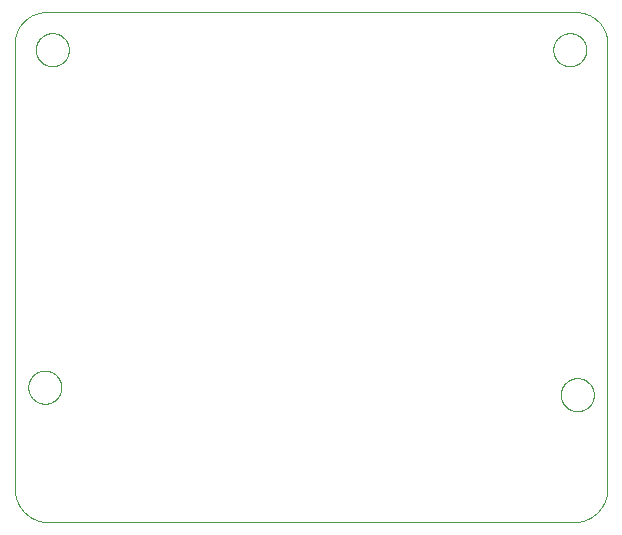
<source format=gtp>
G75*
%MOIN*%
%OFA0B0*%
%FSLAX25Y25*%
%IPPOS*%
%LPD*%
%AMOC8*
5,1,8,0,0,1.08239X$1,22.5*
%
%ADD10C,0.00000*%
D10*
X0012180Y0001000D02*
X0187320Y0001000D01*
X0187590Y0001003D01*
X0187860Y0001013D01*
X0188130Y0001029D01*
X0188399Y0001052D01*
X0188668Y0001082D01*
X0188935Y0001117D01*
X0189202Y0001160D01*
X0189468Y0001208D01*
X0189732Y0001263D01*
X0189996Y0001325D01*
X0190257Y0001393D01*
X0190517Y0001467D01*
X0190775Y0001547D01*
X0191031Y0001634D01*
X0191284Y0001727D01*
X0191536Y0001825D01*
X0191785Y0001930D01*
X0192031Y0002041D01*
X0192275Y0002158D01*
X0192516Y0002281D01*
X0192753Y0002409D01*
X0192988Y0002543D01*
X0193219Y0002683D01*
X0193447Y0002828D01*
X0193671Y0002979D01*
X0193891Y0003135D01*
X0194108Y0003297D01*
X0194321Y0003463D01*
X0194529Y0003635D01*
X0194734Y0003812D01*
X0194934Y0003993D01*
X0195129Y0004180D01*
X0195320Y0004371D01*
X0195507Y0004566D01*
X0195688Y0004766D01*
X0195865Y0004971D01*
X0196037Y0005179D01*
X0196203Y0005392D01*
X0196365Y0005609D01*
X0196521Y0005829D01*
X0196672Y0006053D01*
X0196817Y0006281D01*
X0196957Y0006512D01*
X0197091Y0006747D01*
X0197219Y0006984D01*
X0197342Y0007225D01*
X0197459Y0007469D01*
X0197570Y0007715D01*
X0197675Y0007964D01*
X0197773Y0008216D01*
X0197866Y0008469D01*
X0197953Y0008725D01*
X0198033Y0008983D01*
X0198107Y0009243D01*
X0198175Y0009504D01*
X0198237Y0009768D01*
X0198292Y0010032D01*
X0198340Y0010298D01*
X0198383Y0010565D01*
X0198418Y0010832D01*
X0198448Y0011101D01*
X0198471Y0011370D01*
X0198487Y0011640D01*
X0198497Y0011910D01*
X0198500Y0012180D01*
X0198500Y0160692D01*
X0198497Y0160941D01*
X0198488Y0161190D01*
X0198473Y0161439D01*
X0198452Y0161687D01*
X0198425Y0161934D01*
X0198392Y0162181D01*
X0198353Y0162427D01*
X0198308Y0162672D01*
X0198257Y0162916D01*
X0198200Y0163159D01*
X0198138Y0163400D01*
X0198070Y0163640D01*
X0197995Y0163877D01*
X0197916Y0164113D01*
X0197830Y0164347D01*
X0197739Y0164579D01*
X0197642Y0164809D01*
X0197540Y0165036D01*
X0197432Y0165260D01*
X0197319Y0165482D01*
X0197201Y0165702D01*
X0197077Y0165918D01*
X0196948Y0166131D01*
X0196814Y0166341D01*
X0196675Y0166548D01*
X0196531Y0166751D01*
X0196383Y0166951D01*
X0196229Y0167147D01*
X0196071Y0167339D01*
X0195908Y0167527D01*
X0195740Y0167712D01*
X0195568Y0167892D01*
X0195392Y0168068D01*
X0195212Y0168240D01*
X0195027Y0168408D01*
X0194839Y0168571D01*
X0194647Y0168729D01*
X0194451Y0168883D01*
X0194251Y0169031D01*
X0194048Y0169175D01*
X0193841Y0169314D01*
X0193631Y0169448D01*
X0193418Y0169577D01*
X0193202Y0169701D01*
X0192982Y0169819D01*
X0192760Y0169932D01*
X0192536Y0170040D01*
X0192309Y0170142D01*
X0192079Y0170239D01*
X0191847Y0170330D01*
X0191613Y0170416D01*
X0191377Y0170495D01*
X0191140Y0170570D01*
X0190900Y0170638D01*
X0190659Y0170700D01*
X0190416Y0170757D01*
X0190172Y0170808D01*
X0189927Y0170853D01*
X0189681Y0170892D01*
X0189434Y0170925D01*
X0189187Y0170952D01*
X0188939Y0170973D01*
X0188690Y0170988D01*
X0188441Y0170997D01*
X0188192Y0171000D01*
X0011308Y0171000D01*
X0011059Y0170997D01*
X0010810Y0170988D01*
X0010561Y0170973D01*
X0010313Y0170952D01*
X0010066Y0170925D01*
X0009819Y0170892D01*
X0009573Y0170853D01*
X0009328Y0170808D01*
X0009084Y0170757D01*
X0008841Y0170700D01*
X0008600Y0170638D01*
X0008360Y0170570D01*
X0008123Y0170495D01*
X0007887Y0170416D01*
X0007653Y0170330D01*
X0007421Y0170239D01*
X0007191Y0170142D01*
X0006964Y0170040D01*
X0006740Y0169932D01*
X0006518Y0169819D01*
X0006298Y0169701D01*
X0006082Y0169577D01*
X0005869Y0169448D01*
X0005659Y0169314D01*
X0005452Y0169175D01*
X0005249Y0169031D01*
X0005049Y0168883D01*
X0004853Y0168729D01*
X0004661Y0168571D01*
X0004473Y0168408D01*
X0004288Y0168240D01*
X0004108Y0168068D01*
X0003932Y0167892D01*
X0003760Y0167712D01*
X0003592Y0167527D01*
X0003429Y0167339D01*
X0003271Y0167147D01*
X0003117Y0166951D01*
X0002969Y0166751D01*
X0002825Y0166548D01*
X0002686Y0166341D01*
X0002552Y0166131D01*
X0002423Y0165918D01*
X0002299Y0165702D01*
X0002181Y0165482D01*
X0002068Y0165260D01*
X0001960Y0165036D01*
X0001858Y0164809D01*
X0001761Y0164579D01*
X0001670Y0164347D01*
X0001584Y0164113D01*
X0001505Y0163877D01*
X0001430Y0163640D01*
X0001362Y0163400D01*
X0001300Y0163159D01*
X0001243Y0162916D01*
X0001192Y0162672D01*
X0001147Y0162427D01*
X0001108Y0162181D01*
X0001075Y0161934D01*
X0001048Y0161687D01*
X0001027Y0161439D01*
X0001012Y0161190D01*
X0001003Y0160941D01*
X0001000Y0160692D01*
X0001000Y0012180D01*
X0001003Y0011910D01*
X0001013Y0011640D01*
X0001029Y0011370D01*
X0001052Y0011101D01*
X0001082Y0010832D01*
X0001117Y0010565D01*
X0001160Y0010298D01*
X0001208Y0010032D01*
X0001263Y0009768D01*
X0001325Y0009504D01*
X0001393Y0009243D01*
X0001467Y0008983D01*
X0001547Y0008725D01*
X0001634Y0008469D01*
X0001727Y0008216D01*
X0001825Y0007964D01*
X0001930Y0007715D01*
X0002041Y0007469D01*
X0002158Y0007225D01*
X0002281Y0006984D01*
X0002409Y0006747D01*
X0002543Y0006512D01*
X0002683Y0006281D01*
X0002828Y0006053D01*
X0002979Y0005829D01*
X0003135Y0005609D01*
X0003297Y0005392D01*
X0003463Y0005179D01*
X0003635Y0004971D01*
X0003812Y0004766D01*
X0003993Y0004566D01*
X0004180Y0004371D01*
X0004371Y0004180D01*
X0004566Y0003993D01*
X0004766Y0003812D01*
X0004971Y0003635D01*
X0005179Y0003463D01*
X0005392Y0003297D01*
X0005609Y0003135D01*
X0005829Y0002979D01*
X0006053Y0002828D01*
X0006281Y0002683D01*
X0006512Y0002543D01*
X0006747Y0002409D01*
X0006984Y0002281D01*
X0007225Y0002158D01*
X0007469Y0002041D01*
X0007715Y0001930D01*
X0007964Y0001825D01*
X0008216Y0001727D01*
X0008469Y0001634D01*
X0008725Y0001547D01*
X0008983Y0001467D01*
X0009243Y0001393D01*
X0009504Y0001325D01*
X0009768Y0001263D01*
X0010032Y0001208D01*
X0010298Y0001160D01*
X0010565Y0001117D01*
X0010832Y0001082D01*
X0011101Y0001052D01*
X0011370Y0001029D01*
X0011640Y0001013D01*
X0011910Y0001003D01*
X0012180Y0001000D01*
X0005488Y0046000D02*
X0005490Y0046148D01*
X0005496Y0046296D01*
X0005506Y0046444D01*
X0005520Y0046591D01*
X0005538Y0046738D01*
X0005559Y0046884D01*
X0005585Y0047030D01*
X0005615Y0047175D01*
X0005648Y0047319D01*
X0005686Y0047462D01*
X0005727Y0047604D01*
X0005772Y0047745D01*
X0005820Y0047885D01*
X0005873Y0048024D01*
X0005929Y0048161D01*
X0005989Y0048296D01*
X0006052Y0048430D01*
X0006119Y0048562D01*
X0006190Y0048692D01*
X0006264Y0048820D01*
X0006341Y0048946D01*
X0006422Y0049070D01*
X0006506Y0049192D01*
X0006593Y0049311D01*
X0006684Y0049428D01*
X0006778Y0049543D01*
X0006874Y0049655D01*
X0006974Y0049765D01*
X0007076Y0049871D01*
X0007182Y0049975D01*
X0007290Y0050076D01*
X0007401Y0050174D01*
X0007514Y0050270D01*
X0007630Y0050362D01*
X0007748Y0050451D01*
X0007869Y0050536D01*
X0007992Y0050619D01*
X0008117Y0050698D01*
X0008244Y0050774D01*
X0008373Y0050846D01*
X0008504Y0050915D01*
X0008637Y0050980D01*
X0008772Y0051041D01*
X0008908Y0051099D01*
X0009045Y0051154D01*
X0009184Y0051204D01*
X0009325Y0051251D01*
X0009466Y0051294D01*
X0009609Y0051334D01*
X0009753Y0051369D01*
X0009897Y0051401D01*
X0010043Y0051428D01*
X0010189Y0051452D01*
X0010336Y0051472D01*
X0010483Y0051488D01*
X0010630Y0051500D01*
X0010778Y0051508D01*
X0010926Y0051512D01*
X0011074Y0051512D01*
X0011222Y0051508D01*
X0011370Y0051500D01*
X0011517Y0051488D01*
X0011664Y0051472D01*
X0011811Y0051452D01*
X0011957Y0051428D01*
X0012103Y0051401D01*
X0012247Y0051369D01*
X0012391Y0051334D01*
X0012534Y0051294D01*
X0012675Y0051251D01*
X0012816Y0051204D01*
X0012955Y0051154D01*
X0013092Y0051099D01*
X0013228Y0051041D01*
X0013363Y0050980D01*
X0013496Y0050915D01*
X0013627Y0050846D01*
X0013756Y0050774D01*
X0013883Y0050698D01*
X0014008Y0050619D01*
X0014131Y0050536D01*
X0014252Y0050451D01*
X0014370Y0050362D01*
X0014486Y0050270D01*
X0014599Y0050174D01*
X0014710Y0050076D01*
X0014818Y0049975D01*
X0014924Y0049871D01*
X0015026Y0049765D01*
X0015126Y0049655D01*
X0015222Y0049543D01*
X0015316Y0049428D01*
X0015407Y0049311D01*
X0015494Y0049192D01*
X0015578Y0049070D01*
X0015659Y0048946D01*
X0015736Y0048820D01*
X0015810Y0048692D01*
X0015881Y0048562D01*
X0015948Y0048430D01*
X0016011Y0048296D01*
X0016071Y0048161D01*
X0016127Y0048024D01*
X0016180Y0047885D01*
X0016228Y0047745D01*
X0016273Y0047604D01*
X0016314Y0047462D01*
X0016352Y0047319D01*
X0016385Y0047175D01*
X0016415Y0047030D01*
X0016441Y0046884D01*
X0016462Y0046738D01*
X0016480Y0046591D01*
X0016494Y0046444D01*
X0016504Y0046296D01*
X0016510Y0046148D01*
X0016512Y0046000D01*
X0016510Y0045852D01*
X0016504Y0045704D01*
X0016494Y0045556D01*
X0016480Y0045409D01*
X0016462Y0045262D01*
X0016441Y0045116D01*
X0016415Y0044970D01*
X0016385Y0044825D01*
X0016352Y0044681D01*
X0016314Y0044538D01*
X0016273Y0044396D01*
X0016228Y0044255D01*
X0016180Y0044115D01*
X0016127Y0043976D01*
X0016071Y0043839D01*
X0016011Y0043704D01*
X0015948Y0043570D01*
X0015881Y0043438D01*
X0015810Y0043308D01*
X0015736Y0043180D01*
X0015659Y0043054D01*
X0015578Y0042930D01*
X0015494Y0042808D01*
X0015407Y0042689D01*
X0015316Y0042572D01*
X0015222Y0042457D01*
X0015126Y0042345D01*
X0015026Y0042235D01*
X0014924Y0042129D01*
X0014818Y0042025D01*
X0014710Y0041924D01*
X0014599Y0041826D01*
X0014486Y0041730D01*
X0014370Y0041638D01*
X0014252Y0041549D01*
X0014131Y0041464D01*
X0014008Y0041381D01*
X0013883Y0041302D01*
X0013756Y0041226D01*
X0013627Y0041154D01*
X0013496Y0041085D01*
X0013363Y0041020D01*
X0013228Y0040959D01*
X0013092Y0040901D01*
X0012955Y0040846D01*
X0012816Y0040796D01*
X0012675Y0040749D01*
X0012534Y0040706D01*
X0012391Y0040666D01*
X0012247Y0040631D01*
X0012103Y0040599D01*
X0011957Y0040572D01*
X0011811Y0040548D01*
X0011664Y0040528D01*
X0011517Y0040512D01*
X0011370Y0040500D01*
X0011222Y0040492D01*
X0011074Y0040488D01*
X0010926Y0040488D01*
X0010778Y0040492D01*
X0010630Y0040500D01*
X0010483Y0040512D01*
X0010336Y0040528D01*
X0010189Y0040548D01*
X0010043Y0040572D01*
X0009897Y0040599D01*
X0009753Y0040631D01*
X0009609Y0040666D01*
X0009466Y0040706D01*
X0009325Y0040749D01*
X0009184Y0040796D01*
X0009045Y0040846D01*
X0008908Y0040901D01*
X0008772Y0040959D01*
X0008637Y0041020D01*
X0008504Y0041085D01*
X0008373Y0041154D01*
X0008244Y0041226D01*
X0008117Y0041302D01*
X0007992Y0041381D01*
X0007869Y0041464D01*
X0007748Y0041549D01*
X0007630Y0041638D01*
X0007514Y0041730D01*
X0007401Y0041826D01*
X0007290Y0041924D01*
X0007182Y0042025D01*
X0007076Y0042129D01*
X0006974Y0042235D01*
X0006874Y0042345D01*
X0006778Y0042457D01*
X0006684Y0042572D01*
X0006593Y0042689D01*
X0006506Y0042808D01*
X0006422Y0042930D01*
X0006341Y0043054D01*
X0006264Y0043180D01*
X0006190Y0043308D01*
X0006119Y0043438D01*
X0006052Y0043570D01*
X0005989Y0043704D01*
X0005929Y0043839D01*
X0005873Y0043976D01*
X0005820Y0044115D01*
X0005772Y0044255D01*
X0005727Y0044396D01*
X0005686Y0044538D01*
X0005648Y0044681D01*
X0005615Y0044825D01*
X0005585Y0044970D01*
X0005559Y0045116D01*
X0005538Y0045262D01*
X0005520Y0045409D01*
X0005506Y0045556D01*
X0005496Y0045704D01*
X0005490Y0045852D01*
X0005488Y0046000D01*
X0007988Y0158500D02*
X0007990Y0158648D01*
X0007996Y0158796D01*
X0008006Y0158944D01*
X0008020Y0159091D01*
X0008038Y0159238D01*
X0008059Y0159384D01*
X0008085Y0159530D01*
X0008115Y0159675D01*
X0008148Y0159819D01*
X0008186Y0159962D01*
X0008227Y0160104D01*
X0008272Y0160245D01*
X0008320Y0160385D01*
X0008373Y0160524D01*
X0008429Y0160661D01*
X0008489Y0160796D01*
X0008552Y0160930D01*
X0008619Y0161062D01*
X0008690Y0161192D01*
X0008764Y0161320D01*
X0008841Y0161446D01*
X0008922Y0161570D01*
X0009006Y0161692D01*
X0009093Y0161811D01*
X0009184Y0161928D01*
X0009278Y0162043D01*
X0009374Y0162155D01*
X0009474Y0162265D01*
X0009576Y0162371D01*
X0009682Y0162475D01*
X0009790Y0162576D01*
X0009901Y0162674D01*
X0010014Y0162770D01*
X0010130Y0162862D01*
X0010248Y0162951D01*
X0010369Y0163036D01*
X0010492Y0163119D01*
X0010617Y0163198D01*
X0010744Y0163274D01*
X0010873Y0163346D01*
X0011004Y0163415D01*
X0011137Y0163480D01*
X0011272Y0163541D01*
X0011408Y0163599D01*
X0011545Y0163654D01*
X0011684Y0163704D01*
X0011825Y0163751D01*
X0011966Y0163794D01*
X0012109Y0163834D01*
X0012253Y0163869D01*
X0012397Y0163901D01*
X0012543Y0163928D01*
X0012689Y0163952D01*
X0012836Y0163972D01*
X0012983Y0163988D01*
X0013130Y0164000D01*
X0013278Y0164008D01*
X0013426Y0164012D01*
X0013574Y0164012D01*
X0013722Y0164008D01*
X0013870Y0164000D01*
X0014017Y0163988D01*
X0014164Y0163972D01*
X0014311Y0163952D01*
X0014457Y0163928D01*
X0014603Y0163901D01*
X0014747Y0163869D01*
X0014891Y0163834D01*
X0015034Y0163794D01*
X0015175Y0163751D01*
X0015316Y0163704D01*
X0015455Y0163654D01*
X0015592Y0163599D01*
X0015728Y0163541D01*
X0015863Y0163480D01*
X0015996Y0163415D01*
X0016127Y0163346D01*
X0016256Y0163274D01*
X0016383Y0163198D01*
X0016508Y0163119D01*
X0016631Y0163036D01*
X0016752Y0162951D01*
X0016870Y0162862D01*
X0016986Y0162770D01*
X0017099Y0162674D01*
X0017210Y0162576D01*
X0017318Y0162475D01*
X0017424Y0162371D01*
X0017526Y0162265D01*
X0017626Y0162155D01*
X0017722Y0162043D01*
X0017816Y0161928D01*
X0017907Y0161811D01*
X0017994Y0161692D01*
X0018078Y0161570D01*
X0018159Y0161446D01*
X0018236Y0161320D01*
X0018310Y0161192D01*
X0018381Y0161062D01*
X0018448Y0160930D01*
X0018511Y0160796D01*
X0018571Y0160661D01*
X0018627Y0160524D01*
X0018680Y0160385D01*
X0018728Y0160245D01*
X0018773Y0160104D01*
X0018814Y0159962D01*
X0018852Y0159819D01*
X0018885Y0159675D01*
X0018915Y0159530D01*
X0018941Y0159384D01*
X0018962Y0159238D01*
X0018980Y0159091D01*
X0018994Y0158944D01*
X0019004Y0158796D01*
X0019010Y0158648D01*
X0019012Y0158500D01*
X0019010Y0158352D01*
X0019004Y0158204D01*
X0018994Y0158056D01*
X0018980Y0157909D01*
X0018962Y0157762D01*
X0018941Y0157616D01*
X0018915Y0157470D01*
X0018885Y0157325D01*
X0018852Y0157181D01*
X0018814Y0157038D01*
X0018773Y0156896D01*
X0018728Y0156755D01*
X0018680Y0156615D01*
X0018627Y0156476D01*
X0018571Y0156339D01*
X0018511Y0156204D01*
X0018448Y0156070D01*
X0018381Y0155938D01*
X0018310Y0155808D01*
X0018236Y0155680D01*
X0018159Y0155554D01*
X0018078Y0155430D01*
X0017994Y0155308D01*
X0017907Y0155189D01*
X0017816Y0155072D01*
X0017722Y0154957D01*
X0017626Y0154845D01*
X0017526Y0154735D01*
X0017424Y0154629D01*
X0017318Y0154525D01*
X0017210Y0154424D01*
X0017099Y0154326D01*
X0016986Y0154230D01*
X0016870Y0154138D01*
X0016752Y0154049D01*
X0016631Y0153964D01*
X0016508Y0153881D01*
X0016383Y0153802D01*
X0016256Y0153726D01*
X0016127Y0153654D01*
X0015996Y0153585D01*
X0015863Y0153520D01*
X0015728Y0153459D01*
X0015592Y0153401D01*
X0015455Y0153346D01*
X0015316Y0153296D01*
X0015175Y0153249D01*
X0015034Y0153206D01*
X0014891Y0153166D01*
X0014747Y0153131D01*
X0014603Y0153099D01*
X0014457Y0153072D01*
X0014311Y0153048D01*
X0014164Y0153028D01*
X0014017Y0153012D01*
X0013870Y0153000D01*
X0013722Y0152992D01*
X0013574Y0152988D01*
X0013426Y0152988D01*
X0013278Y0152992D01*
X0013130Y0153000D01*
X0012983Y0153012D01*
X0012836Y0153028D01*
X0012689Y0153048D01*
X0012543Y0153072D01*
X0012397Y0153099D01*
X0012253Y0153131D01*
X0012109Y0153166D01*
X0011966Y0153206D01*
X0011825Y0153249D01*
X0011684Y0153296D01*
X0011545Y0153346D01*
X0011408Y0153401D01*
X0011272Y0153459D01*
X0011137Y0153520D01*
X0011004Y0153585D01*
X0010873Y0153654D01*
X0010744Y0153726D01*
X0010617Y0153802D01*
X0010492Y0153881D01*
X0010369Y0153964D01*
X0010248Y0154049D01*
X0010130Y0154138D01*
X0010014Y0154230D01*
X0009901Y0154326D01*
X0009790Y0154424D01*
X0009682Y0154525D01*
X0009576Y0154629D01*
X0009474Y0154735D01*
X0009374Y0154845D01*
X0009278Y0154957D01*
X0009184Y0155072D01*
X0009093Y0155189D01*
X0009006Y0155308D01*
X0008922Y0155430D01*
X0008841Y0155554D01*
X0008764Y0155680D01*
X0008690Y0155808D01*
X0008619Y0155938D01*
X0008552Y0156070D01*
X0008489Y0156204D01*
X0008429Y0156339D01*
X0008373Y0156476D01*
X0008320Y0156615D01*
X0008272Y0156755D01*
X0008227Y0156896D01*
X0008186Y0157038D01*
X0008148Y0157181D01*
X0008115Y0157325D01*
X0008085Y0157470D01*
X0008059Y0157616D01*
X0008038Y0157762D01*
X0008020Y0157909D01*
X0008006Y0158056D01*
X0007996Y0158204D01*
X0007990Y0158352D01*
X0007988Y0158500D01*
X0180488Y0158500D02*
X0180490Y0158648D01*
X0180496Y0158796D01*
X0180506Y0158944D01*
X0180520Y0159091D01*
X0180538Y0159238D01*
X0180559Y0159384D01*
X0180585Y0159530D01*
X0180615Y0159675D01*
X0180648Y0159819D01*
X0180686Y0159962D01*
X0180727Y0160104D01*
X0180772Y0160245D01*
X0180820Y0160385D01*
X0180873Y0160524D01*
X0180929Y0160661D01*
X0180989Y0160796D01*
X0181052Y0160930D01*
X0181119Y0161062D01*
X0181190Y0161192D01*
X0181264Y0161320D01*
X0181341Y0161446D01*
X0181422Y0161570D01*
X0181506Y0161692D01*
X0181593Y0161811D01*
X0181684Y0161928D01*
X0181778Y0162043D01*
X0181874Y0162155D01*
X0181974Y0162265D01*
X0182076Y0162371D01*
X0182182Y0162475D01*
X0182290Y0162576D01*
X0182401Y0162674D01*
X0182514Y0162770D01*
X0182630Y0162862D01*
X0182748Y0162951D01*
X0182869Y0163036D01*
X0182992Y0163119D01*
X0183117Y0163198D01*
X0183244Y0163274D01*
X0183373Y0163346D01*
X0183504Y0163415D01*
X0183637Y0163480D01*
X0183772Y0163541D01*
X0183908Y0163599D01*
X0184045Y0163654D01*
X0184184Y0163704D01*
X0184325Y0163751D01*
X0184466Y0163794D01*
X0184609Y0163834D01*
X0184753Y0163869D01*
X0184897Y0163901D01*
X0185043Y0163928D01*
X0185189Y0163952D01*
X0185336Y0163972D01*
X0185483Y0163988D01*
X0185630Y0164000D01*
X0185778Y0164008D01*
X0185926Y0164012D01*
X0186074Y0164012D01*
X0186222Y0164008D01*
X0186370Y0164000D01*
X0186517Y0163988D01*
X0186664Y0163972D01*
X0186811Y0163952D01*
X0186957Y0163928D01*
X0187103Y0163901D01*
X0187247Y0163869D01*
X0187391Y0163834D01*
X0187534Y0163794D01*
X0187675Y0163751D01*
X0187816Y0163704D01*
X0187955Y0163654D01*
X0188092Y0163599D01*
X0188228Y0163541D01*
X0188363Y0163480D01*
X0188496Y0163415D01*
X0188627Y0163346D01*
X0188756Y0163274D01*
X0188883Y0163198D01*
X0189008Y0163119D01*
X0189131Y0163036D01*
X0189252Y0162951D01*
X0189370Y0162862D01*
X0189486Y0162770D01*
X0189599Y0162674D01*
X0189710Y0162576D01*
X0189818Y0162475D01*
X0189924Y0162371D01*
X0190026Y0162265D01*
X0190126Y0162155D01*
X0190222Y0162043D01*
X0190316Y0161928D01*
X0190407Y0161811D01*
X0190494Y0161692D01*
X0190578Y0161570D01*
X0190659Y0161446D01*
X0190736Y0161320D01*
X0190810Y0161192D01*
X0190881Y0161062D01*
X0190948Y0160930D01*
X0191011Y0160796D01*
X0191071Y0160661D01*
X0191127Y0160524D01*
X0191180Y0160385D01*
X0191228Y0160245D01*
X0191273Y0160104D01*
X0191314Y0159962D01*
X0191352Y0159819D01*
X0191385Y0159675D01*
X0191415Y0159530D01*
X0191441Y0159384D01*
X0191462Y0159238D01*
X0191480Y0159091D01*
X0191494Y0158944D01*
X0191504Y0158796D01*
X0191510Y0158648D01*
X0191512Y0158500D01*
X0191510Y0158352D01*
X0191504Y0158204D01*
X0191494Y0158056D01*
X0191480Y0157909D01*
X0191462Y0157762D01*
X0191441Y0157616D01*
X0191415Y0157470D01*
X0191385Y0157325D01*
X0191352Y0157181D01*
X0191314Y0157038D01*
X0191273Y0156896D01*
X0191228Y0156755D01*
X0191180Y0156615D01*
X0191127Y0156476D01*
X0191071Y0156339D01*
X0191011Y0156204D01*
X0190948Y0156070D01*
X0190881Y0155938D01*
X0190810Y0155808D01*
X0190736Y0155680D01*
X0190659Y0155554D01*
X0190578Y0155430D01*
X0190494Y0155308D01*
X0190407Y0155189D01*
X0190316Y0155072D01*
X0190222Y0154957D01*
X0190126Y0154845D01*
X0190026Y0154735D01*
X0189924Y0154629D01*
X0189818Y0154525D01*
X0189710Y0154424D01*
X0189599Y0154326D01*
X0189486Y0154230D01*
X0189370Y0154138D01*
X0189252Y0154049D01*
X0189131Y0153964D01*
X0189008Y0153881D01*
X0188883Y0153802D01*
X0188756Y0153726D01*
X0188627Y0153654D01*
X0188496Y0153585D01*
X0188363Y0153520D01*
X0188228Y0153459D01*
X0188092Y0153401D01*
X0187955Y0153346D01*
X0187816Y0153296D01*
X0187675Y0153249D01*
X0187534Y0153206D01*
X0187391Y0153166D01*
X0187247Y0153131D01*
X0187103Y0153099D01*
X0186957Y0153072D01*
X0186811Y0153048D01*
X0186664Y0153028D01*
X0186517Y0153012D01*
X0186370Y0153000D01*
X0186222Y0152992D01*
X0186074Y0152988D01*
X0185926Y0152988D01*
X0185778Y0152992D01*
X0185630Y0153000D01*
X0185483Y0153012D01*
X0185336Y0153028D01*
X0185189Y0153048D01*
X0185043Y0153072D01*
X0184897Y0153099D01*
X0184753Y0153131D01*
X0184609Y0153166D01*
X0184466Y0153206D01*
X0184325Y0153249D01*
X0184184Y0153296D01*
X0184045Y0153346D01*
X0183908Y0153401D01*
X0183772Y0153459D01*
X0183637Y0153520D01*
X0183504Y0153585D01*
X0183373Y0153654D01*
X0183244Y0153726D01*
X0183117Y0153802D01*
X0182992Y0153881D01*
X0182869Y0153964D01*
X0182748Y0154049D01*
X0182630Y0154138D01*
X0182514Y0154230D01*
X0182401Y0154326D01*
X0182290Y0154424D01*
X0182182Y0154525D01*
X0182076Y0154629D01*
X0181974Y0154735D01*
X0181874Y0154845D01*
X0181778Y0154957D01*
X0181684Y0155072D01*
X0181593Y0155189D01*
X0181506Y0155308D01*
X0181422Y0155430D01*
X0181341Y0155554D01*
X0181264Y0155680D01*
X0181190Y0155808D01*
X0181119Y0155938D01*
X0181052Y0156070D01*
X0180989Y0156204D01*
X0180929Y0156339D01*
X0180873Y0156476D01*
X0180820Y0156615D01*
X0180772Y0156755D01*
X0180727Y0156896D01*
X0180686Y0157038D01*
X0180648Y0157181D01*
X0180615Y0157325D01*
X0180585Y0157470D01*
X0180559Y0157616D01*
X0180538Y0157762D01*
X0180520Y0157909D01*
X0180506Y0158056D01*
X0180496Y0158204D01*
X0180490Y0158352D01*
X0180488Y0158500D01*
X0182988Y0043500D02*
X0182990Y0043648D01*
X0182996Y0043796D01*
X0183006Y0043944D01*
X0183020Y0044091D01*
X0183038Y0044238D01*
X0183059Y0044384D01*
X0183085Y0044530D01*
X0183115Y0044675D01*
X0183148Y0044819D01*
X0183186Y0044962D01*
X0183227Y0045104D01*
X0183272Y0045245D01*
X0183320Y0045385D01*
X0183373Y0045524D01*
X0183429Y0045661D01*
X0183489Y0045796D01*
X0183552Y0045930D01*
X0183619Y0046062D01*
X0183690Y0046192D01*
X0183764Y0046320D01*
X0183841Y0046446D01*
X0183922Y0046570D01*
X0184006Y0046692D01*
X0184093Y0046811D01*
X0184184Y0046928D01*
X0184278Y0047043D01*
X0184374Y0047155D01*
X0184474Y0047265D01*
X0184576Y0047371D01*
X0184682Y0047475D01*
X0184790Y0047576D01*
X0184901Y0047674D01*
X0185014Y0047770D01*
X0185130Y0047862D01*
X0185248Y0047951D01*
X0185369Y0048036D01*
X0185492Y0048119D01*
X0185617Y0048198D01*
X0185744Y0048274D01*
X0185873Y0048346D01*
X0186004Y0048415D01*
X0186137Y0048480D01*
X0186272Y0048541D01*
X0186408Y0048599D01*
X0186545Y0048654D01*
X0186684Y0048704D01*
X0186825Y0048751D01*
X0186966Y0048794D01*
X0187109Y0048834D01*
X0187253Y0048869D01*
X0187397Y0048901D01*
X0187543Y0048928D01*
X0187689Y0048952D01*
X0187836Y0048972D01*
X0187983Y0048988D01*
X0188130Y0049000D01*
X0188278Y0049008D01*
X0188426Y0049012D01*
X0188574Y0049012D01*
X0188722Y0049008D01*
X0188870Y0049000D01*
X0189017Y0048988D01*
X0189164Y0048972D01*
X0189311Y0048952D01*
X0189457Y0048928D01*
X0189603Y0048901D01*
X0189747Y0048869D01*
X0189891Y0048834D01*
X0190034Y0048794D01*
X0190175Y0048751D01*
X0190316Y0048704D01*
X0190455Y0048654D01*
X0190592Y0048599D01*
X0190728Y0048541D01*
X0190863Y0048480D01*
X0190996Y0048415D01*
X0191127Y0048346D01*
X0191256Y0048274D01*
X0191383Y0048198D01*
X0191508Y0048119D01*
X0191631Y0048036D01*
X0191752Y0047951D01*
X0191870Y0047862D01*
X0191986Y0047770D01*
X0192099Y0047674D01*
X0192210Y0047576D01*
X0192318Y0047475D01*
X0192424Y0047371D01*
X0192526Y0047265D01*
X0192626Y0047155D01*
X0192722Y0047043D01*
X0192816Y0046928D01*
X0192907Y0046811D01*
X0192994Y0046692D01*
X0193078Y0046570D01*
X0193159Y0046446D01*
X0193236Y0046320D01*
X0193310Y0046192D01*
X0193381Y0046062D01*
X0193448Y0045930D01*
X0193511Y0045796D01*
X0193571Y0045661D01*
X0193627Y0045524D01*
X0193680Y0045385D01*
X0193728Y0045245D01*
X0193773Y0045104D01*
X0193814Y0044962D01*
X0193852Y0044819D01*
X0193885Y0044675D01*
X0193915Y0044530D01*
X0193941Y0044384D01*
X0193962Y0044238D01*
X0193980Y0044091D01*
X0193994Y0043944D01*
X0194004Y0043796D01*
X0194010Y0043648D01*
X0194012Y0043500D01*
X0194010Y0043352D01*
X0194004Y0043204D01*
X0193994Y0043056D01*
X0193980Y0042909D01*
X0193962Y0042762D01*
X0193941Y0042616D01*
X0193915Y0042470D01*
X0193885Y0042325D01*
X0193852Y0042181D01*
X0193814Y0042038D01*
X0193773Y0041896D01*
X0193728Y0041755D01*
X0193680Y0041615D01*
X0193627Y0041476D01*
X0193571Y0041339D01*
X0193511Y0041204D01*
X0193448Y0041070D01*
X0193381Y0040938D01*
X0193310Y0040808D01*
X0193236Y0040680D01*
X0193159Y0040554D01*
X0193078Y0040430D01*
X0192994Y0040308D01*
X0192907Y0040189D01*
X0192816Y0040072D01*
X0192722Y0039957D01*
X0192626Y0039845D01*
X0192526Y0039735D01*
X0192424Y0039629D01*
X0192318Y0039525D01*
X0192210Y0039424D01*
X0192099Y0039326D01*
X0191986Y0039230D01*
X0191870Y0039138D01*
X0191752Y0039049D01*
X0191631Y0038964D01*
X0191508Y0038881D01*
X0191383Y0038802D01*
X0191256Y0038726D01*
X0191127Y0038654D01*
X0190996Y0038585D01*
X0190863Y0038520D01*
X0190728Y0038459D01*
X0190592Y0038401D01*
X0190455Y0038346D01*
X0190316Y0038296D01*
X0190175Y0038249D01*
X0190034Y0038206D01*
X0189891Y0038166D01*
X0189747Y0038131D01*
X0189603Y0038099D01*
X0189457Y0038072D01*
X0189311Y0038048D01*
X0189164Y0038028D01*
X0189017Y0038012D01*
X0188870Y0038000D01*
X0188722Y0037992D01*
X0188574Y0037988D01*
X0188426Y0037988D01*
X0188278Y0037992D01*
X0188130Y0038000D01*
X0187983Y0038012D01*
X0187836Y0038028D01*
X0187689Y0038048D01*
X0187543Y0038072D01*
X0187397Y0038099D01*
X0187253Y0038131D01*
X0187109Y0038166D01*
X0186966Y0038206D01*
X0186825Y0038249D01*
X0186684Y0038296D01*
X0186545Y0038346D01*
X0186408Y0038401D01*
X0186272Y0038459D01*
X0186137Y0038520D01*
X0186004Y0038585D01*
X0185873Y0038654D01*
X0185744Y0038726D01*
X0185617Y0038802D01*
X0185492Y0038881D01*
X0185369Y0038964D01*
X0185248Y0039049D01*
X0185130Y0039138D01*
X0185014Y0039230D01*
X0184901Y0039326D01*
X0184790Y0039424D01*
X0184682Y0039525D01*
X0184576Y0039629D01*
X0184474Y0039735D01*
X0184374Y0039845D01*
X0184278Y0039957D01*
X0184184Y0040072D01*
X0184093Y0040189D01*
X0184006Y0040308D01*
X0183922Y0040430D01*
X0183841Y0040554D01*
X0183764Y0040680D01*
X0183690Y0040808D01*
X0183619Y0040938D01*
X0183552Y0041070D01*
X0183489Y0041204D01*
X0183429Y0041339D01*
X0183373Y0041476D01*
X0183320Y0041615D01*
X0183272Y0041755D01*
X0183227Y0041896D01*
X0183186Y0042038D01*
X0183148Y0042181D01*
X0183115Y0042325D01*
X0183085Y0042470D01*
X0183059Y0042616D01*
X0183038Y0042762D01*
X0183020Y0042909D01*
X0183006Y0043056D01*
X0182996Y0043204D01*
X0182990Y0043352D01*
X0182988Y0043500D01*
M02*

</source>
